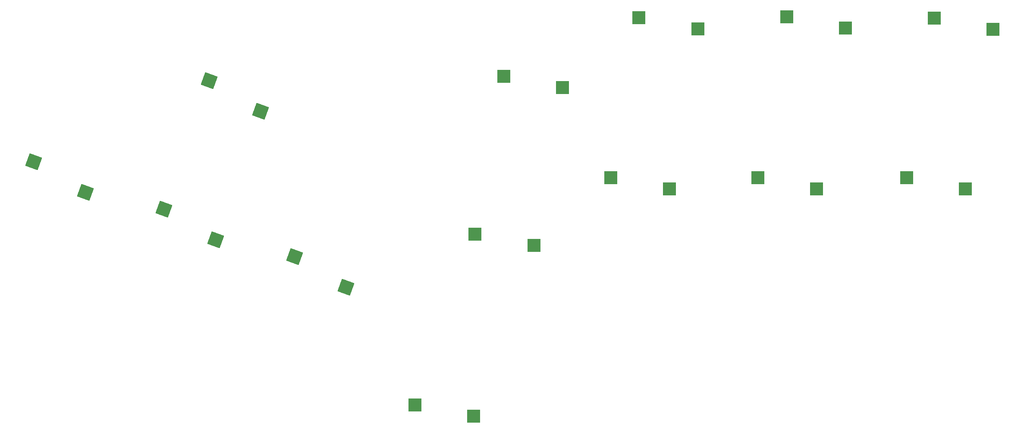
<source format=gbp>
%TF.GenerationSoftware,KiCad,Pcbnew,7.0.1*%
%TF.CreationDate,2023-08-05T20:20:55+03:00*%
%TF.ProjectId,Flatbox-Dual,466c6174-626f-4782-9d44-75616c2e6b69,rev?*%
%TF.SameCoordinates,Original*%
%TF.FileFunction,Paste,Bot*%
%TF.FilePolarity,Positive*%
%FSLAX46Y46*%
G04 Gerber Fmt 4.6, Leading zero omitted, Abs format (unit mm)*
G04 Created by KiCad (PCBNEW 7.0.1) date 2023-08-05 20:20:55*
%MOMM*%
%LPD*%
G01*
G04 APERTURE LIST*
G04 Aperture macros list*
%AMRotRect*
0 Rectangle, with rotation*
0 The origin of the aperture is its center*
0 $1 length*
0 $2 width*
0 $3 Rotation angle, in degrees counterclockwise*
0 Add horizontal line*
21,1,$1,$2,0,0,$3*%
G04 Aperture macros list end*
%ADD10RotRect,2.600000X2.600000X340.000000*%
%ADD11R,2.600000X2.600000*%
G04 APERTURE END LIST*
D10*
X78922877Y-85271863D03*
X89023882Y-91289519D03*
X104509015Y-94581783D03*
X114610020Y-100599439D03*
D11*
X128145000Y-123670000D03*
X139695000Y-125870000D03*
X145585000Y-59160000D03*
X157135000Y-61360000D03*
X172145000Y-47630000D03*
X183695000Y-49830000D03*
X201115000Y-47510000D03*
X212665000Y-49710000D03*
X230085000Y-47750000D03*
X241635000Y-49950000D03*
X139975000Y-90200000D03*
X151525000Y-92400000D03*
X166585000Y-79090000D03*
X178135000Y-81290000D03*
X195435000Y-79090000D03*
X206985000Y-81290000D03*
X224645000Y-79090000D03*
X236195000Y-81290000D03*
D10*
X53342648Y-75959559D03*
X63443653Y-81977215D03*
X87769218Y-59987602D03*
X97870223Y-66005258D03*
M02*

</source>
